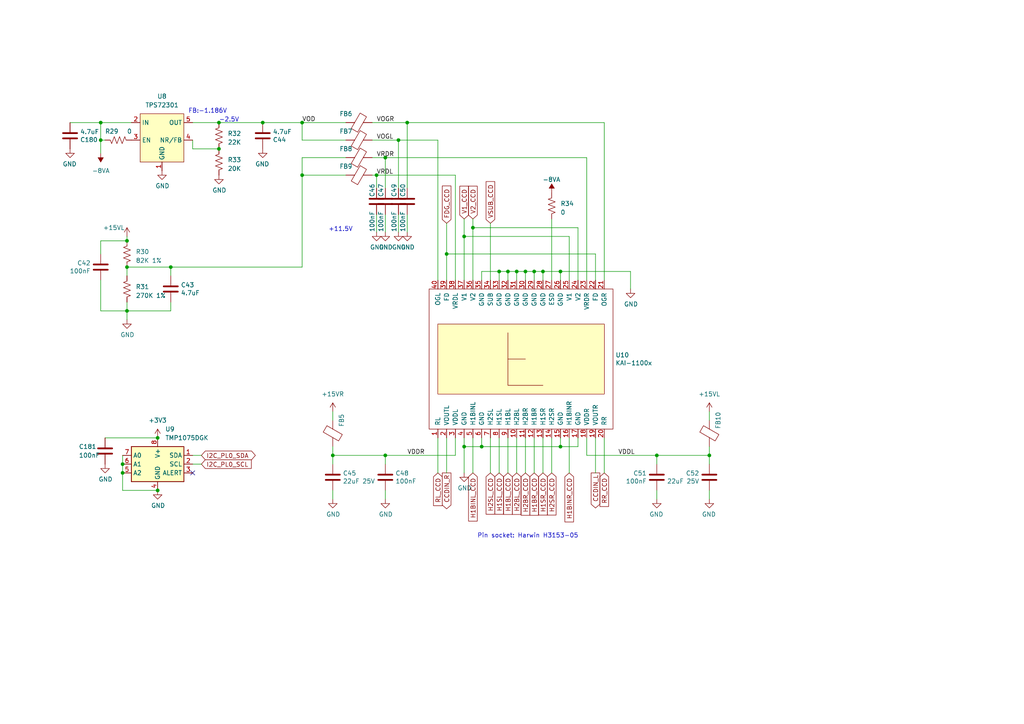
<source format=kicad_sch>
(kicad_sch (version 20231120) (generator "eeschema") (generator_version "8.0")
  (paper "A4")
  (title_block (title "CCD") (date "2024-06-09") (rev "R0.10") (company "Copyright 2024 Anhang Li, Wenting Zhang") (comment 2 "MERCHANTABILITY, SATISFACTORY QUALITY AND FITNESS FOR A PARTICULAR PURPOSE.") (comment 3 "This source is distributed WITHOUT ANY EXPRESS OR IMPLIED WARRANTY, INCLUDING OF") (comment 4 "This source describes Open Hardware and is licensed under the CERN-OHL-P v2."))
  (lib_symbols
    (symbol "Device:C" (pin_numbers hide) (pin_names (offset 0.254))
      (property "Reference" "C" (at 0.635 2.54 0))
      (property "Value" "C" (at 0.635 -2.54 0))
      (symbol "C_0_1"
        (polyline (pts (xy -2.032 -0.762) (xy 2.032 -0.762)) (stroke (width 0.508)))
        (polyline (pts (xy -2.032 0.762) (xy 2.032 0.762)) (stroke (width 0.508)))
      )
      (symbol "C_1_1"
        (pin passive line (at 0 3.81 270) (length 2.794) (name "~") (number "1"))
        (pin passive line (at 0 -3.81 90) (length 2.794) (name "~") (number "2"))
      )
    )
    (symbol "Device:FerriteBead" (pin_numbers hide) (pin_names (offset 0))
      (property "Reference" "FB" (at -3.81 0.635 90))
      (property "Value" "FerriteBead" (at 3.81 0 90))
      (symbol "FerriteBead_0_1"
        (polyline (pts (xy 0 -1.27) (xy 0 -1.2192)))
        (polyline (pts (xy 0 1.27) (xy 0 1.2954)))
        (polyline (pts (xy -2.7686 0.4064) (xy -1.7018 2.2606) (xy 2.7686 -0.3048) (xy 1.6764 -2.159) (xy -2.7686 0.4064)))
      )
      (symbol "FerriteBead_1_1"
        (pin passive line (at 0 3.81 270) (length 2.54) (name "~") (number "1"))
        (pin passive line (at 0 -3.81 90) (length 2.54) (name "~") (number "2"))
      )
    )
    (symbol "Device:R_US" (pin_numbers hide) (pin_names (offset 0))
      (property "Reference" "R" (at 2.54 0 90))
      (property "Value" "R_US" (at -2.54 0 90))
      (symbol "R_US_0_1"
        (polyline (pts (xy 0 -2.286) (xy 0 -2.54)))
        (polyline (pts (xy 0 2.286) (xy 0 2.54)))
        (polyline (pts (xy 0 -0.762) (xy 1.016 -1.143) (xy 0 -1.524) (xy -1.016 -1.905) (xy 0 -2.286)))
        (polyline (pts (xy 0 0.762) (xy 1.016 0.381) (xy 0 0) (xy -1.016 -0.381) (xy 0 -0.762)))
        (polyline (pts (xy 0 2.286) (xy 1.016 1.905) (xy 0 1.524) (xy -1.016 1.143) (xy 0 0.762)))
      )
      (symbol "R_US_1_1"
        (pin passive line (at 0 3.81 270) (length 1.27) (name "~") (number "1"))
        (pin passive line (at 0 -3.81 90) (length 1.27) (name "~") (number "2"))
      )
    )
    (symbol "Sensor_Temperature:TMP1075DGK"
      (property "Reference" "U" (at -6.35 6.35 0))
      (property "Value" "TMP1075DGK" (at 6.35 6.35 0))
      (symbol "TMP1075DGK_0_1"
        (rectangle (start -7.62 5.08) (end 7.62 -5.08) (stroke (width 0.254)) (fill (type background)))
      )
      (symbol "TMP1075DGK_1_1"
        (pin bidirectional line (at 10.16 2.54 180) (length 2.54) (name "SDA") (number "1"))
        (pin input line (at 10.16 0 180) (length 2.54) (name "SCL") (number "2"))
        (pin open_collector line (at 10.16 -2.54 180) (length 2.54) (name "ALERT") (number "3"))
        (pin power_in line (at 0 -7.62 90) (length 2.54) (name "GND") (number "4"))
        (pin input line (at -10.16 -2.54 0) (length 2.54) (name "A2") (number "5"))
        (pin input line (at -10.16 0 0) (length 2.54) (name "A1") (number "6"))
        (pin input line (at -10.16 2.54 0) (length 2.54) (name "A0") (number "7"))
        (pin power_in line (at 0 7.62 270) (length 2.54) (name "V+") (number "8"))
      )
    )
    (symbol "Sitina:KAI-1100x" (pin_names (offset 1.016))
      (property "Reference" "U" (at 0 0 0))
      (property "Value" "KAI-1100x" (at 0 -2.54 0))
      (symbol "KAI-1100x_0_1"
        (rectangle (start -22.86 -22.86) (end 25.4 -43.18) (fill (type background)))
        (polyline (pts (xy 2.54 -33.02) (xy -2.54 -33.02)) (fill (type background)))
        (polyline (pts (xy 7.62 -40.64) (xy -2.54 -40.64) (xy -2.54 -25.4)) (fill (type background)))
        (rectangle (start 27.94 -53.34) (end -25.4 -12.7))
      )
      (symbol "KAI-1100x_1_1"
        (pin input line (at -22.86 -55.88 90) (length 2.54) (name "RL") (number "1"))
        (pin input line (at 0 -55.88 90) (length 2.54) (name "H2BL") (number "10"))
        (pin input line (at 2.54 -55.88 90) (length 2.54) (name "H2BR") (number "11"))
        (pin input line (at 5.08 -55.88 90) (length 2.54) (name "H1BR") (number "12"))
        (pin input line (at 7.62 -55.88 90) (length 2.54) (name "H1SR") (number "13"))
        (pin input line (at 10.16 -55.88 90) (length 2.54) (name "H2SR") (number "14"))
        (pin input line (at 12.7 -55.88 90) (length 2.54) (name "GND") (number "15"))
        (pin input line (at 15.24 -55.88 90) (length 2.54) (name "H1BINR") (number "16"))
        (pin input line (at 17.78 -55.88 90) (length 2.54) (name "GND") (number "17"))
        (pin input line (at 20.32 -55.88 90) (length 2.54) (name "VDDR") (number "18"))
        (pin input line (at 22.86 -55.88 90) (length 2.54) (name "VOUTR") (number "19"))
        (pin input line (at -20.32 -55.88 90) (length 2.54) (name "VOUTL") (number "2"))
        (pin input line (at 25.4 -55.88 90) (length 2.54) (name "RR") (number "20"))
        (pin input line (at 25.4 -10.16 270) (length 2.54) (name "OGR") (number "21"))
        (pin input line (at 22.86 -10.16 270) (length 2.54) (name "FD") (number "22"))
        (pin input line (at 20.32 -10.16 270) (length 2.54) (name "VRDR") (number "23"))
        (pin input line (at 17.78 -10.16 270) (length 2.54) (name "V2") (number "24"))
        (pin input line (at 15.24 -10.16 270) (length 2.54) (name "V1") (number "25"))
        (pin input line (at 12.7 -10.16 270) (length 2.54) (name "GND") (number "26"))
        (pin input line (at 10.16 -10.16 270) (length 2.54) (name "ESD") (number "27"))
        (pin input line (at 7.62 -10.16 270) (length 2.54) (name "GND") (number "28"))
        (pin input line (at 5.08 -10.16 270) (length 2.54) (name "GND") (number "29"))
        (pin input line (at -17.78 -55.88 90) (length 2.54) (name "VDDL") (number "3"))
        (pin input line (at 2.54 -10.16 270) (length 2.54) (name "GND") (number "30"))
        (pin input line (at 0 -10.16 270) (length 2.54) (name "GND") (number "31"))
        (pin input line (at -2.54 -10.16 270) (length 2.54) (name "GND") (number "32"))
        (pin input line (at -5.08 -10.16 270) (length 2.54) (name "GND") (number "33"))
        (pin input line (at -7.62 -10.16 270) (length 2.54) (name "SUB") (number "34"))
        (pin input line (at -10.16 -10.16 270) (length 2.54) (name "GND") (number "35"))
        (pin input line (at -12.7 -10.16 270) (length 2.54) (name "V2") (number "36"))
        (pin input line (at -15.24 -10.16 270) (length 2.54) (name "V1") (number "37"))
        (pin input line (at -17.78 -10.16 270) (length 2.54) (name "VRDL") (number "38"))
        (pin input line (at -20.32 -10.16 270) (length 2.54) (name "FD") (number "39"))
        (pin input line (at -15.24 -55.88 90) (length 2.54) (name "GND") (number "4"))
        (pin input line (at -22.86 -10.16 270) (length 2.54) (name "OGL") (number "40"))
        (pin input line (at -12.7 -55.88 90) (length 2.54) (name "H1BINL") (number "5"))
        (pin input line (at -10.16 -55.88 90) (length 2.54) (name "GND") (number "6"))
        (pin input line (at -7.62 -55.88 90) (length 2.54) (name "H2SL") (number "7"))
        (pin input line (at -5.08 -55.88 90) (length 2.54) (name "H1SL") (number "8"))
        (pin input line (at -2.54 -55.88 90) (length 2.54) (name "H1BL") (number "9"))
      )
    )
    (symbol "power:+3V3" (power) (pin_names (offset 0))
      (property "Value" "+3V3" (at 0 3.556 0))
      (symbol "+3V3_0_1"
        (polyline (pts (xy -0.762 1.27) (xy 0 2.54)))
        (polyline (pts (xy 0 0) (xy 0 2.54)))
        (polyline (pts (xy 0 2.54) (xy 0.762 1.27)))
      )
      (symbol "+3V3_1_1"
        (pin power_in line (at 0 0 90) (length 0) hide (name "+3V3") (number "1"))
      )
    )
    (symbol "power:-9V" (power) (pin_names (offset 0))
      (property "Value" "-9V" (at 0 3.81 0))
      (symbol "-9V_0_1"
        (polyline (pts (xy 0 0) (xy 0 2.54)))
        (polyline (pts (xy 0.762 1.27) (xy -0.762 1.27) (xy 0 2.54) (xy 0.762 1.27)) (fill (type outline)))
      )
      (symbol "-9V_1_1"
        (pin power_in line (at 0 0 90) (length 0) hide (name "-9V") (number "1"))
      )
    )
    (symbol "power:GND" (power) (pin_names (offset 0))
      (property "Value" "GND" (at 0 -3.81 0))
      (symbol "GND_0_1"
        (polyline (pts (xy 0 0) (xy 0 -1.27) (xy 1.27 -1.27) (xy 0 -2.54) (xy -1.27 -1.27) (xy 0 -1.27)))
      )
      (symbol "GND_1_1"
        (pin power_in line (at 0 0 270) (length 0) hide (name "GND") (number "1"))
      )
    )
    (symbol "symbols:+15VL" (power) (pin_names (offset 0))
      (property "Value" "+15VL" (at 0 3.556 0))
      (symbol "+15VL_0_1"
        (polyline (pts (xy -0.762 1.27) (xy 0 2.54)))
        (polyline (pts (xy 0 0) (xy 0 2.54)))
        (polyline (pts (xy 0 2.54) (xy 0.762 1.27)))
      )
      (symbol "+15VL_1_1"
        (pin power_in line (at 0 0 90) (length 0) hide (name "+15VL") (number "1"))
      )
    )
    (symbol "symbols:+15VR" (power) (pin_names (offset 0))
      (property "Value" "+15VR" (at 0 3.556 0))
      (symbol "+15VR_0_1"
        (polyline (pts (xy -0.762 1.27) (xy 0 2.54)))
        (polyline (pts (xy 0 0) (xy 0 2.54)))
        (polyline (pts (xy 0 2.54) (xy 0.762 1.27)))
      )
      (symbol "+15VR_1_1"
        (pin power_in line (at 0 0 90) (length 0) hide (name "+15VR") (number "1"))
      )
    )
    (symbol "symbols:TPS723xx"
      (property "Reference" "U" (at 0 1.27 0))
      (property "Value" "TPS723xx" (at 7.62 1.27 0))
      (symbol "TPS723xx_1_1"
        (rectangle (start 0 0) (end 12.7 -13.97) (fill (type background)))
        (pin passive line (at 6.35 -16.51 90) (length 2.54) (name "GND") (number "1"))
        (pin power_in line (at -2.54 -2.54 0) (length 2.54) (name "IN") (number "2"))
        (pin input line (at -2.54 -7.62 0) (length 2.54) (name "EN") (number "3"))
        (pin input line (at 15.24 -7.62 180) (length 2.54) (name "NR/FB") (number "4"))
        (pin power_out line (at 15.24 -2.54 180) (length 2.54) (name "OUT") (number "5"))
      )
    )
  )
  (junction (at 154.94 78.74) (diameter 0.9144))
  (junction (at 63.5 35.56))
  (junction (at 63.5 43.18))
  (junction (at 35.56 134.62))
  (junction (at 190.5 132.08))
  (junction (at 45.72 127))
  (junction (at 129.54 73.66) (diameter 0.9144))
  (junction (at 115.57 40.64))
  (junction (at 139.7 129.54) (diameter 0.9144))
  (junction (at 45.72 142.24))
  (junction (at 162.56 78.74) (diameter 0.9144))
  (junction (at 109.22 50.8))
  (junction (at 162.56 129.54) (diameter 0.9144))
  (junction (at 134.62 129.54) (diameter 0.9144))
  (junction (at 35.56 137.16))
  (junction (at 36.83 69.85))
  (junction (at 144.78 78.74) (diameter 0.9144))
  (junction (at 137.16 66.04) (diameter 0.9144))
  (junction (at 76.2 35.56))
  (junction (at 36.83 90.17))
  (junction (at 87.63 50.8))
  (junction (at 149.86 78.74) (diameter 0.9144))
  (junction (at 157.48 78.74) (diameter 0.9144))
  (junction (at 152.4 78.74) (diameter 0.9144))
  (junction (at 29.21 35.56))
  (junction (at 49.53 77.47))
  (junction (at 134.62 68.58) (diameter 0.9144))
  (junction (at 87.63 35.56))
  (junction (at 111.76 132.08))
  (junction (at 36.83 77.47))
  (junction (at 118.11 35.56))
  (junction (at 111.76 45.72))
  (junction (at 96.52 132.08))
  (junction (at 205.74 132.08))
  (junction (at 147.32 78.74) (diameter 0.9144))
  (junction (at 29.21 40.64))
  (no_connect (at 55.88 137.16))
  (wire (pts (xy 157.48 78.74) (xy 154.94 78.74)))
  (wire (pts (xy 137.16 63.5) (xy 137.16 66.04)))
  (wire (pts (xy 142.24 64.77) (xy 142.24 81.28)))
  (wire (pts (xy 109.22 50.8) (xy 132.08 50.8)))
  (wire (pts (xy 30.48 127) (xy 45.72 127)))
  (wire (pts (xy 111.76 45.72) (xy 170.18 45.72)))
  (wire (pts (xy 36.83 92.71) (xy 36.83 90.17)))
  (wire (pts (xy 96.52 129.54) (xy 96.52 132.08)))
  (wire (pts (xy 35.56 134.62) (xy 35.56 137.16)))
  (wire (pts (xy 144.78 137.16) (xy 144.78 127)))
  (wire (pts (xy 139.7 129.54) (xy 162.56 129.54)))
  (wire (pts (xy 96.52 142.24) (xy 96.52 144.78)))
  (wire (pts (xy 162.56 127) (xy 162.56 129.54)))
  (wire (pts (xy 87.63 40.64) (xy 100.33 40.64)))
  (wire (pts (xy 142.24 137.16) (xy 142.24 127)))
  (wire (pts (xy 137.16 137.16) (xy 137.16 127)))
  (wire (pts (xy 157.48 78.74) (xy 162.56 78.74)))
  (wire (pts (xy 87.63 40.64) (xy 87.63 35.56)))
  (wire (pts (xy 175.26 35.56) (xy 118.11 35.56)))
  (wire (pts (xy 29.21 90.17) (xy 36.83 90.17)))
  (wire (pts (xy 36.83 87.63) (xy 36.83 90.17)))
  (wire (pts (xy 144.78 81.28) (xy 144.78 78.74)))
  (wire (pts (xy 147.32 137.16) (xy 147.32 127)))
  (wire (pts (xy 129.54 64.77) (xy 129.54 73.66)))
  (wire (pts (xy 149.86 78.74) (xy 147.32 78.74)))
  (wire (pts (xy 167.64 129.54) (xy 167.64 127)))
  (wire (pts (xy 36.83 80.01) (xy 36.83 77.47)))
  (wire (pts (xy 139.7 127) (xy 139.7 129.54)))
  (wire (pts (xy 152.4 81.28) (xy 152.4 78.74)))
  (wire (pts (xy 205.74 132.08) (xy 205.74 134.62)))
  (wire (pts (xy 127 40.64) (xy 115.57 40.64)))
  (wire (pts (xy 152.4 78.74) (xy 149.86 78.74)))
  (wire (pts (xy 172.72 127) (xy 172.72 137.16)))
  (wire (pts (xy 109.22 67.31) (xy 109.22 62.23)))
  (wire (pts (xy 182.88 78.74) (xy 182.88 83.82)))
  (wire (pts (xy 63.5 35.56) (xy 76.2 35.56)))
  (wire (pts (xy 190.5 132.08) (xy 190.5 134.62)))
  (wire (pts (xy 162.56 78.74) (xy 182.88 78.74)))
  (wire (pts (xy 190.5 142.24) (xy 190.5 144.78)))
  (wire (pts (xy 55.88 43.18) (xy 63.5 43.18)))
  (wire (pts (xy 147.32 81.28) (xy 147.32 78.74)))
  (wire (pts (xy 115.57 54.61) (xy 115.57 40.64)))
  (wire (pts (xy 170.18 127) (xy 170.18 132.08)))
  (wire (pts (xy 55.88 40.64) (xy 55.88 43.18)))
  (wire (pts (xy 96.52 132.08) (xy 111.76 132.08)))
  (wire (pts (xy 147.32 78.74) (xy 144.78 78.74)))
  (wire (pts (xy 175.26 137.16) (xy 175.26 127)))
  (wire (pts (xy 20.32 35.56) (xy 29.21 35.56)))
  (wire (pts (xy 87.63 77.47) (xy 87.63 50.8)))
  (wire (pts (xy 29.21 69.85) (xy 36.83 69.85)))
  (wire (pts (xy 134.62 129.54) (xy 134.62 137.16)))
  (wire (pts (xy 76.2 35.56) (xy 87.63 35.56)))
  (wire (pts (xy 111.76 142.24) (xy 111.76 144.78)))
  (wire (pts (xy 157.48 137.16) (xy 157.48 127)))
  (wire (pts (xy 172.72 73.66) (xy 172.72 81.28)))
  (wire (pts (xy 127 40.64) (xy 127 81.28)))
  (wire (pts (xy 36.83 77.47) (xy 49.53 77.47)))
  (wire (pts (xy 134.62 129.54) (xy 139.7 129.54)))
  (wire (pts (xy 35.56 137.16) (xy 35.56 142.24)))
  (wire (pts (xy 49.53 80.01) (xy 49.53 77.47)))
  (wire (pts (xy 35.56 142.24) (xy 45.72 142.24)))
  (wire (pts (xy 134.62 63.5) (xy 134.62 68.58)))
  (wire (pts (xy 107.95 45.72) (xy 111.76 45.72)))
  (wire (pts (xy 29.21 40.64) (xy 29.21 44.45)))
  (wire (pts (xy 29.21 35.56) (xy 29.21 40.64)))
  (wire (pts (xy 111.76 62.23) (xy 111.76 67.31)))
  (wire (pts (xy 165.1 68.58) (xy 165.1 81.28)))
  (wire (pts (xy 137.16 66.04) (xy 167.64 66.04)))
  (wire (pts (xy 29.21 81.28) (xy 29.21 90.17)))
  (wire (pts (xy 107.95 35.56) (xy 118.11 35.56)))
  (wire (pts (xy 109.22 50.8) (xy 107.95 50.8)))
  (wire (pts (xy 129.54 73.66) (xy 172.72 73.66)))
  (wire (pts (xy 111.76 132.08) (xy 132.08 132.08)))
  (wire (pts (xy 96.52 132.08) (xy 96.52 134.62)))
  (wire (pts (xy 115.57 67.31) (xy 115.57 62.23)))
  (wire (pts (xy 87.63 50.8) (xy 87.63 45.72)))
  (wire (pts (xy 170.18 45.72) (xy 170.18 81.28)))
  (wire (pts (xy 109.22 54.61) (xy 109.22 50.8)))
  (wire (pts (xy 134.62 127) (xy 134.62 129.54)))
  (wire (pts (xy 29.21 35.56) (xy 38.1 35.56)))
  (wire (pts (xy 87.63 35.56) (xy 100.33 35.56)))
  (wire (pts (xy 167.64 66.04) (xy 167.64 81.28)))
  (wire (pts (xy 205.74 142.24) (xy 205.74 144.78)))
  (wire (pts (xy 165.1 137.16) (xy 165.1 127)))
  (wire (pts (xy 137.16 66.04) (xy 137.16 81.28)))
  (wire (pts (xy 154.94 78.74) (xy 152.4 78.74)))
  (wire (pts (xy 132.08 50.8) (xy 132.08 81.28)))
  (wire (pts (xy 36.83 68.58) (xy 36.83 69.85)))
  (wire (pts (xy 205.74 119.38) (xy 205.74 121.92)))
  (wire (pts (xy 162.56 129.54) (xy 167.64 129.54)))
  (wire (pts (xy 111.76 45.72) (xy 111.76 54.61)))
  (wire (pts (xy 49.53 87.63) (xy 49.53 90.17)))
  (wire (pts (xy 132.08 132.08) (xy 132.08 127)))
  (wire (pts (xy 129.54 127) (xy 129.54 137.16)))
  (wire (pts (xy 36.83 90.17) (xy 49.53 90.17)))
  (wire (pts (xy 111.76 132.08) (xy 111.76 134.62)))
  (wire (pts (xy 157.48 81.28) (xy 157.48 78.74)))
  (wire (pts (xy 139.7 78.74) (xy 144.78 78.74)))
  (wire (pts (xy 96.52 119.38) (xy 96.52 121.92)))
  (wire (pts (xy 107.95 40.64) (xy 115.57 40.64)))
  (wire (pts (xy 127 137.16) (xy 127 127)))
  (wire (pts (xy 35.56 132.08) (xy 35.56 134.62)))
  (wire (pts (xy 49.53 77.47) (xy 87.63 77.47)))
  (wire (pts (xy 205.74 129.54) (xy 205.74 132.08)))
  (wire (pts (xy 118.11 62.23) (xy 118.11 67.31)))
  (wire (pts (xy 190.5 132.08) (xy 170.18 132.08)))
  (wire (pts (xy 29.21 73.66) (xy 29.21 69.85)))
  (wire (pts (xy 154.94 137.16) (xy 154.94 127)))
  (wire (pts (xy 129.54 73.66) (xy 129.54 81.28)))
  (wire (pts (xy 152.4 137.16) (xy 152.4 127)))
  (wire (pts (xy 149.86 81.28) (xy 149.86 78.74)))
  (wire (pts (xy 205.74 132.08) (xy 190.5 132.08)))
  (wire (pts (xy 55.88 132.08) (xy 58.42 132.08)))
  (wire (pts (xy 149.86 137.16) (xy 149.86 127)))
  (wire (pts (xy 160.02 137.16) (xy 160.02 127)))
  (wire (pts (xy 154.94 81.28) (xy 154.94 78.74)))
  (wire (pts (xy 160.02 81.28) (xy 160.02 63.5)))
  (wire (pts (xy 118.11 35.56) (xy 118.11 54.61)))
  (wire (pts (xy 87.63 45.72) (xy 100.33 45.72)))
  (wire (pts (xy 55.88 35.56) (xy 63.5 35.56)))
  (wire (pts (xy 175.26 35.56) (xy 175.26 81.28)))
  (wire (pts (xy 162.56 81.28) (xy 162.56 78.74)))
  (wire (pts (xy 55.88 134.62) (xy 58.42 134.62)))
  (wire (pts (xy 87.63 50.8) (xy 100.33 50.8)))
  (wire (pts (xy 29.21 40.64) (xy 30.48 40.64)))
  (wire (pts (xy 139.7 78.74) (xy 139.7 81.28)))
  (wire (pts (xy 134.62 68.58) (xy 165.1 68.58)))
  (wire (pts (xy 134.62 68.58) (xy 134.62 81.28)))
  (text "FB:-1.186V" (at 54.61 33.02 0) (effects (font (size 1.27 1.27)) (justify left bottom)))
  (text "+11.5V" (at 95.25 67.31 0) (effects (font (size 1.27 1.27)) (justify left bottom)))
  (text "-2.5V" (at 63.5 35.56 0) (effects (font (size 1.27 1.27)) (justify left bottom)))
  (text "Pin socket: Harwin H3153-05" (at 138.43 156.21 0) (effects (font (size 1.27 1.27)) (justify left bottom)))
  (label "VOGR" (at 109.22 35.56 0))
  (label "VOGL" (at 109.22 40.64 0))
  (label "VDDR" (at 118.11 132.08 0))
  (label "VDDL" (at 184.15 132.08 180))
  (label "VRDL" (at 109.22 50.8 0))
  (label "VRDR" (at 109.22 45.72 0))
  (label "VOD" (at 87.63 35.56 0))
  (global_label "VSUB_CCD" (shape input) (at 142.24 64.77 90) (property "Intersheetrefs" "${INTERSHEET_REFS}" (effects (hide yes))))
  (global_label "H2BL_CCD" (shape input) (at 149.86 137.16 270) (property "Intersheetrefs" "${INTERSHEET_REFS}" (effects (hide yes))))
  (global_label "H1SL_CCD" (shape input) (at 144.78 137.16 270) (property "Intersheetrefs" "${INTERSHEET_REFS}" (effects (hide yes))))
  (global_label "H1BINR_CCD" (shape input) (at 165.1 137.16 270) (property "Intersheetrefs" "${INTERSHEET_REFS}" (effects (hide yes))))
  (global_label "H1BINL_CCD" (shape input) (at 137.16 137.16 270) (property "Intersheetrefs" "${INTERSHEET_REFS}" (effects (hide yes))))
  (global_label "H1BL_CCD" (shape input) (at 147.32 137.16 270) (property "Intersheetrefs" "${INTERSHEET_REFS}" (effects (hide yes))))
  (global_label "RL_CCD" (shape input) (at 127 137.16 270) (property "Intersheetrefs" "${INTERSHEET_REFS}" (effects (hide yes))))
  (global_label "RR_CCD" (shape input) (at 175.26 137.16 270) (property "Intersheetrefs" "${INTERSHEET_REFS}" (effects (hide yes))))
  (global_label "H2BR_CCD" (shape input) (at 152.4 137.16 270) (property "Intersheetrefs" "${INTERSHEET_REFS}" (effects (hide yes))))
  (global_label "H2SL_CCD" (shape input) (at 142.24 137.16 270) (property "Intersheetrefs" "${INTERSHEET_REFS}" (effects (hide yes))))
  (global_label "I2C_PL0_SCL" (shape input) (at 58.42 134.62 0) (property "Intersheetrefs" "${INTERSHEET_REFS}" (effects (hide yes))))
  (global_label "H1SR_CCD" (shape input) (at 157.48 137.16 270) (property "Intersheetrefs" "${INTERSHEET_REFS}" (effects (hide yes))))
  (global_label "H2SR_CCD" (shape input) (at 160.02 137.16 270) (property "Intersheetrefs" "${INTERSHEET_REFS}" (effects (hide yes))))
  (global_label "I2C_PL0_SDA" (shape bidirectional) (at 58.42 132.08 0) (property "Intersheetrefs" "${INTERSHEET_REFS}" (effects (hide yes))))
  (global_label "CCDIN_L" (shape output) (at 172.72 137.16 270) (property "Intersheetrefs" "${INTERSHEET_REFS}" (effects (hide yes))))
  (global_label "CCDIN_R" (shape output) (at 129.54 137.16 270) (property "Intersheetrefs" "${INTERSHEET_REFS}" (effects (hide yes))))
  (global_label "FDG_CCD" (shape input) (at 129.54 64.77 90) (property "Intersheetrefs" "${INTERSHEET_REFS}" (effects (hide yes))))
  (global_label "V1_CCD" (shape input) (at 134.62 63.5 90) (property "Intersheetrefs" "${INTERSHEET_REFS}" (effects (hide yes))))
  (global_label "V2_CCD" (shape input) (at 137.16 63.5 90) (property "Intersheetrefs" "${INTERSHEET_REFS}" (effects (hide yes))))
  (global_label "H1BR_CCD" (shape input) (at 154.94 137.16 270) (property "Intersheetrefs" "${INTERSHEET_REFS}" (effects (hide yes))))
  (symbol (lib_id "power:GND") (at 46.99 49.53 0) (unit 1)
    (property "Reference" "#PWR065" (effects (hide yes)))
    (property "Value" "GND" (at 47.117 53.9242 0))
  )
  (symbol (lib_id "power:GND") (at 134.62 137.16 0) (unit 1)
    (property "Reference" "#PWR077" (effects (hide yes)))
    (property "Value" "GND" (at 134.747 141.5542 0))
  )
  (symbol (lib_id "power:GND") (at 63.5 50.8 0) (unit 1)
    (property "Reference" "#PWR068" (effects (hide yes)))
    (property "Value" "GND" (at 63.627 55.1942 0))
  )
  (symbol (lib_id "Device:R_US") (at 36.83 83.82 0) (mirror y) (unit 1)
    (property "Reference" "R31" (at 39.37 83.185 0) (effects (justify right)))
    (property "Value" "270K 1%" (at 39.37 85.725 0) (effects (justify right)))
    (property "Footprint" "Resistor_SMD:R_0402_1005Metric" (effects (hide yes)))
  )
  (symbol (lib_id "power:-9V") (at 160.02 55.88 0) (unit 1)
    (property "Reference" "#PWR078" (effects (hide yes)))
    (property "Value" "-8VA" (at 162.56 52.07 0) (effects (justify right)))
  )
  (symbol (lib_id "power:GND") (at 30.48 134.62 0) (unit 1)
    (property "Reference" "#PWR0292" (effects (hide yes)))
    (property "Value" "GND" (at 30.607 139.0142 0))
  )
  (symbol (lib_id "power:GND") (at 190.5 144.78 0) (mirror y) (unit 1)
    (property "Reference" "#PWR080" (effects (hide yes)))
    (property "Value" "GND" (at 190.373 149.1742 0))
  )
  (symbol (lib_id "symbols:+15VR") (at 96.52 119.38 0) (unit 1)
    (property "Reference" "#PWR070" (effects (hide yes)))
    (property "Value" "+15VR" (at 96.52 114.3 0))
  )
  (symbol (lib_id "symbols:+15VL") (at 36.83 68.58 0) (unit 1)
    (property "Reference" "#PWR063" (effects (hide yes)))
    (property "Value" "+15VL" (at 33.02 66.04 0))
  )
  (symbol (lib_id "power:GND") (at 118.11 67.31 0) (unit 1)
    (property "Reference" "#PWR076" (effects (hide yes)))
    (property "Value" "GND" (at 118.237 71.7042 0))
  )
  (symbol (lib_id "power:GND") (at 20.32 43.18 0) (mirror y) (unit 1)
    (property "Reference" "#PWR0291" (effects (hide yes)))
    (property "Value" "GND" (at 20.193 47.5742 0))
  )
  (symbol (lib_id "Device:C") (at 30.48 130.81 180) (unit 1)
    (property "Reference" "C181" (at 22.86 129.54 0) (effects (justify right)))
    (property "Value" "100nF" (at 22.86 132.08 0) (effects (justify right)))
    (property "Footprint" "Capacitor_SMD:C_0402_1005Metric" (effects (hide yes)))
  )
  (symbol (lib_id "Device:C") (at 115.57 58.42 0) (unit 1)
    (property "Reference" "C49" (at 114.3 57.15 90) (effects (justify left)))
    (property "Value" "100nF" (at 114.3 67.31 90) (effects (justify left)))
    (property "Footprint" "Capacitor_SMD:C_0402_1005Metric" (effects (hide yes)))
  )
  (symbol (lib_id "power:GND") (at 182.88 83.82 0) (unit 1)
    (property "Reference" "#PWR079" (effects (hide yes)))
    (property "Value" "GND" (at 183.007 88.2142 0))
  )
  (symbol (lib_id "power:GND") (at 36.83 92.71 0) (unit 1)
    (property "Reference" "#PWR064" (effects (hide yes)))
    (property "Value" "GND" (at 36.957 97.1042 0))
  )
  (symbol (lib_id "Device:C") (at 49.53 83.82 0) (unit 1)
    (property "Reference" "C43" (at 52.451 82.6516 0) (effects (justify left)))
    (property "Value" "4.7uF" (at 52.451 84.963 0) (effects (justify left)))
    (property "Footprint" "Capacitor_SMD:C_0402_1005Metric" (effects (hide yes)))
  )
  (symbol (lib_id "Device:R_US") (at 63.5 46.99 0) (mirror y) (unit 1)
    (property "Reference" "R33" (at 66.04 46.355 0) (effects (justify right)))
    (property "Value" "20K" (at 66.04 48.895 0) (effects (justify right)))
    (property "Footprint" "Resistor_SMD:R_0402_1005Metric" (effects (hide yes)))
  )
  (symbol (lib_id "Device:FerriteBead") (at 205.74 125.73 0) (unit 1)
    (property "Reference" "FB10" (at 208.28 121.92 90))
    (property "Value" "120R" (effects (hide yes)))
    (property "Footprint" "Inductor_SMD:L_0402_1005Metric" (effects (hide yes)))
  )
  (symbol (lib_id "Device:C") (at 111.76 58.42 0) (unit 1)
    (property "Reference" "C47" (at 110.49 57.15 90) (effects (justify left)))
    (property "Value" "100nF" (at 110.49 67.31 90) (effects (justify left)))
    (property "Footprint" "Capacitor_SMD:C_0402_1005Metric" (effects (hide yes)))
  )
  (symbol (lib_id "power:GND") (at 205.74 144.78 0) (mirror y) (unit 1)
    (property "Reference" "#PWR082" (effects (hide yes)))
    (property "Value" "GND" (at 205.613 149.1742 0))
  )
  (symbol (lib_id "Device:R_US") (at 63.5 39.37 0) (mirror y) (unit 1)
    (property "Reference" "R32" (at 66.04 38.735 0) (effects (justify right)))
    (property "Value" "22K" (at 66.04 41.275 0) (effects (justify right)))
    (property "Footprint" "Resistor_SMD:R_0402_1005Metric" (effects (hide yes)))
  )
  (symbol (lib_id "Device:C") (at 190.5 138.43 0) (mirror y) (unit 1)
    (property "Reference" "C51" (at 187.579 137.2616 0) (effects (justify left)))
    (property "Value" "100nF" (at 187.579 139.573 0) (effects (justify left)))
    (property "Footprint" "Capacitor_SMD:C_0402_1005Metric" (effects (hide yes)))
  )
  (symbol (lib_id "Device:C") (at 29.21 77.47 0) (mirror y) (unit 1)
    (property "Reference" "C42" (at 26.289 76.3016 0) (effects (justify left)))
    (property "Value" "100nF" (at 26.289 78.613 0) (effects (justify left)))
    (property "Footprint" "Capacitor_SMD:C_0402_1005Metric" (effects (hide yes)))
  )
  (symbol (lib_id "Device:C") (at 111.76 138.43 0) (unit 1)
    (property "Reference" "C48" (at 114.681 137.2616 0) (effects (justify left)))
    (property "Value" "100nF" (at 114.681 139.573 0) (effects (justify left)))
    (property "Footprint" "Capacitor_SMD:C_0402_1005Metric" (effects (hide yes)))
  )
  (symbol (lib_id "Device:R_US") (at 160.02 59.69 0) (mirror y) (unit 1)
    (property "Reference" "R34" (at 162.56 59.055 0) (effects (justify right)))
    (property "Value" "0" (at 162.56 61.595 0) (effects (justify right)))
    (property "Footprint" "Resistor_SMD:R_0402_1005Metric" (effects (hide yes)))
  )
  (symbol (lib_id "power:GND") (at 109.22 67.31 0) (unit 1)
    (property "Reference" "#PWR072" (effects (hide yes)))
    (property "Value" "GND" (at 109.347 71.7042 0))
  )
  (symbol (lib_id "power:GND") (at 111.76 67.31 0) (unit 1)
    (property "Reference" "#PWR073" (effects (hide yes)))
    (property "Value" "GND" (at 111.887 71.7042 0))
  )
  (symbol (lib_id "symbols:+15VL") (at 205.74 119.38 0) (unit 1)
    (property "Reference" "#PWR081" (effects (hide yes)))
    (property "Value" "+15VL" (at 205.74 114.3 0))
  )
  (symbol (lib_id "Device:FerriteBead") (at 104.14 40.64 90) (unit 1)
    (property "Reference" "FB7" (at 100.33 38.1 90))
    (property "Value" "120R" (effects (hide yes)))
    (property "Footprint" "Inductor_SMD:L_0402_1005Metric" (effects (hide yes)))
  )
  (symbol (lib_id "Device:C") (at 118.11 58.42 0) (unit 1)
    (property "Reference" "C50" (at 116.84 57.15 90) (effects (justify left)))
    (property "Value" "100nF" (at 116.84 67.31 90) (effects (justify left)))
    (property "Footprint" "Capacitor_SMD:C_0402_1005Metric" (effects (hide yes)))
  )
  (symbol (lib_id "Sitina:KAI-1100x") (at 149.86 71.12 0) (unit 1)
    (property "Reference" "U10" (at 178.5112 102.9716 0) (effects (justify left)))
    (property "Value" "KAI-1100x" (at 178.5112 105.283 0) (effects (justify left)))
    (property "Footprint" "footprints:KAI-1100X" (effects (hide yes)))
  )
  (symbol (lib_id "Device:C") (at 76.2 39.37 0) (mirror x) (unit 1)
    (property "Reference" "C44" (at 79.121 40.5384 0) (effects (justify left)))
    (property "Value" "4.7uF" (at 79.121 38.227 0) (effects (justify left)))
    (property "Footprint" "Capacitor_SMD:C_0402_1005Metric" (effects (hide yes)))
  )
  (symbol (lib_id "power:-9V") (at 29.21 44.45 180) (unit 1)
    (property "Reference" "#PWR062" (effects (hide yes)))
    (property "Value" "-8VA" (at 26.67 49.53 0) (effects (justify right)))
  )
  (symbol (lib_id "symbols:TPS723xx") (at 40.64 33.02 0) (unit 1)
    (property "Reference" "U8" (at 46.99 27.94 0))
    (property "Value" "TPS72301" (at 46.99 30.48 0))
    (property "Footprint" "Package_TO_SOT_SMD:SOT-23-5_HandSoldering" (effects (hide yes)))
    (property "Datasheet" "https://www.ti.com/lit/ds/symlink/tps723.pdf?ts=1702883007627&ref_url=https%253A%252F%252Fwww.ti.com%252Fpower-management%252Flinear-regulators-ldo%252Fproducts.html" (effects (hide yes)))
  )
  (symbol (lib_id "Device:R_US") (at 36.83 73.66 0) (mirror y) (unit 1)
    (property "Reference" "R30" (at 39.37 73.025 0) (effects (justify right)))
    (property "Value" "82K 1%" (at 39.37 75.565 0) (effects (justify right)))
    (property "Footprint" "Resistor_SMD:R_0402_1005Metric" (effects (hide yes)))
  )
  (symbol (lib_id "power:GND") (at 96.52 144.78 0) (unit 1)
    (property "Reference" "#PWR071" (effects (hide yes)))
    (property "Value" "GND" (at 96.647 149.1742 0))
  )
  (symbol (lib_id "Device:R_US") (at 34.29 40.64 90) (mirror x) (unit 1)
    (property "Reference" "R29" (at 30.48 38.1 90) (effects (justify right)))
    (property "Value" "0" (at 36.83 38.1 90) (effects (justify right)))
    (property "Footprint" "Resistor_SMD:R_0402_1005Metric" (effects (hide yes)))
  )
  (symbol (lib_id "Device:C") (at 205.74 138.43 0) (mirror y) (unit 1)
    (property "Reference" "C52" (at 202.819 137.2616 0) (effects (justify left)))
    (property "Value" "22uF 25V" (at 202.819 139.573 0) (effects (justify left)))
    (property "Footprint" "Capacitor_SMD:C_0805_2012Metric" (effects (hide yes)))
  )
  (symbol (lib_id "Device:FerriteBead") (at 96.52 125.73 0) (unit 1)
    (property "Reference" "FB5" (at 99.06 121.92 90))
    (property "Value" "120R" (effects (hide yes)))
    (property "Footprint" "Inductor_SMD:L_0402_1005Metric" (effects (hide yes)))
  )
  (symbol (lib_id "Device:C") (at 20.32 39.37 0) (mirror x) (unit 1)
    (property "Reference" "C180" (at 23.241 40.5384 0) (effects (justify left)))
    (property "Value" "4.7uF" (at 23.241 38.227 0) (effects (justify left)))
    (property "Footprint" "Capacitor_SMD:C_0402_1005Metric" (effects (hide yes)))
  )
  (symbol (lib_id "Device:C") (at 96.52 138.43 0) (unit 1)
    (property "Reference" "C45" (at 99.441 137.2616 0) (effects (justify left)))
    (property "Value" "22uF 25V" (at 99.441 139.573 0) (effects (justify left)))
    (property "Footprint" "Capacitor_SMD:C_0805_2012Metric" (effects (hide yes)))
  )
  (symbol (lib_id "power:GND") (at 111.76 144.78 0) (unit 1)
    (property "Reference" "#PWR074" (effects (hide yes)))
    (property "Value" "GND" (at 111.887 149.1742 0))
  )
  (symbol (lib_id "power:GND") (at 76.2 43.18 0) (mirror y) (unit 1)
    (property "Reference" "#PWR069" (effects (hide yes)))
    (property "Value" "GND" (at 76.073 47.5742 0))
  )
  (symbol (lib_id "Device:FerriteBead") (at 104.14 35.56 90) (unit 1)
    (property "Reference" "FB6" (at 100.33 33.02 90))
    (property "Value" "120R" (effects (hide yes)))
    (property "Footprint" "Inductor_SMD:L_0402_1005Metric" (effects (hide yes)))
  )
  (symbol (lib_id "power:+3V3") (at 45.72 127 0) (unit 1)
    (property "Reference" "#PWR066" (effects (hide yes)))
    (property "Value" "+3V3" (at 45.72 121.92 0))
  )
  (symbol (lib_id "Device:FerriteBead") (at 104.14 45.72 90) (unit 1)
    (property "Reference" "FB8" (at 100.33 43.18 90))
    (property "Value" "120R" (effects (hide yes)))
    (property "Footprint" "Inductor_SMD:L_0402_1005Metric" (effects (hide yes)))
  )
  (symbol (lib_id "Device:FerriteBead") (at 104.14 50.8 90) (unit 1)
    (property "Reference" "FB9" (at 100.33 48.26 90))
    (property "Value" "120R" (effects (hide yes)))
    (property "Footprint" "Inductor_SMD:L_0402_1005Metric" (effects (hide yes)))
  )
  (symbol (lib_id "power:GND") (at 45.72 142.24 0) (unit 1)
    (property "Reference" "#PWR067" (effects (hide yes)))
    (property "Value" "GND" (at 45.847 146.6342 0))
  )
  (symbol (lib_id "Device:C") (at 109.22 58.42 0) (unit 1)
    (property "Reference" "C46" (at 107.95 57.15 90) (effects (justify left)))
    (property "Value" "100nF" (at 107.95 67.31 90) (effects (justify left)))
    (property "Footprint" "Capacitor_SMD:C_0402_1005Metric" (effects (hide yes)))
  )
  (symbol (lib_id "power:GND") (at 115.57 67.31 0) (unit 1)
    (property "Reference" "#PWR075" (effects (hide yes)))
    (property "Value" "GND" (at 115.697 71.7042 0))
  )
  (symbol (lib_id "Sensor_Temperature:TMP1075DGK") (at 45.72 134.62 0) (unit 1)
    (property "Reference" "U9" (at 47.9141 124.46 0) (effects (justify left)))
    (property "Value" "TMP1075DGK" (at 47.9141 127 0) (effects (justify left)))
    (property "Footprint" "Package_SO:VSSOP-8_3.0x3.0mm_P0.65mm" (effects (hide yes)))
    (property "Datasheet" "https://www.ti.com/lit/gpn/tmp1075" (effects (hide yes)))
    (property "Description" "I2C-bus digital temperature sensor and thermal watchdog, VSSOP-8" (effects (hide yes)))
  )
)
</source>
